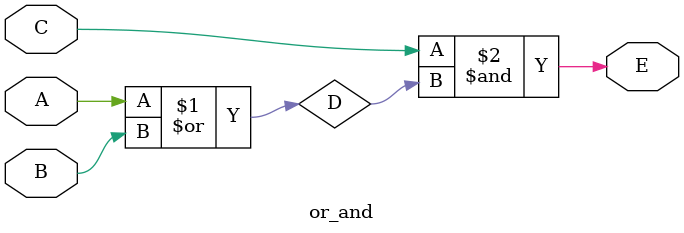
<source format=v>
module or_and (
    input A, B, C,
    output E
);
    wire D;
    assign D = A | B;
    assign E = C & D;
endmodule

</source>
